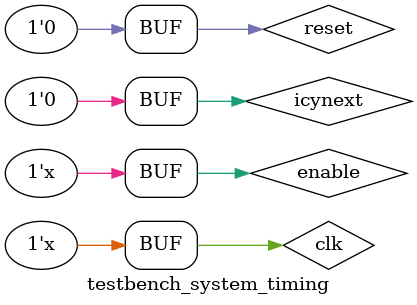
<source format=v>
`timescale 10ns / 10ps

module testbench_system_timing ();
reg clk, reset, enable, icynext;
wire t0, t1, t2, t3;
wire fetch, execute;
wire new_cycle;
wire[15:0] pc_out, ma_out; 
reg [15:0] md_out;
wire[15:0] ac_out;
wire[3:0] ir_out;
wire incr_pc;

wire I_NOP, I_JMP;

initial begin
clk=1;
enable = 0;
icynext = 1;
md_out = 0;


	//start reset

	reset = 1'b1;
	
		#4
	reset = 1'b0;
	icynext =0;
	// end reset
	

end
always #1 clk =~clk;

always #700 enable =~ enable; 
always @(pc_out)
begin
  if (pc_out == 7)
     md_out = 16'b0001_0000_0000_0000;
end
system_timing st (reset, clk, icynext, t0,t1,t2,t3, fetch, execute,new_cycle);
datapath dp (clk, reset, fetch, execute, t0, t1, t2, t3, incr_pc, pc_out, ir_out, ma_out, md_out, ac_out, I_NOP, I_JMP);
control_unit cu( fetch, execute, incr_pc);
    
endmodule

</source>
